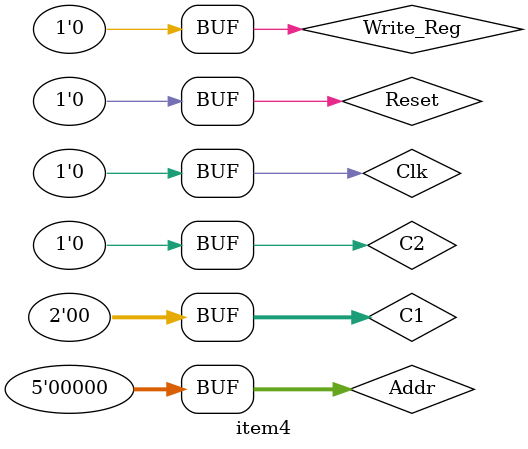
<source format=v>
`timescale 1ns / 1ps


module item4;

	// Inputs
	reg [4:0] Addr;
	reg Write_Reg;
	reg [1:0] C1;
	reg C2;
	reg Clk;
	reg Reset;

	// Outputs
	wire [7:0] LED;

	// Instantiate the Unit Under Test (UUT)
	JZ_4 uut (
		.Addr(Addr), 
		.Write_Reg(Write_Reg), 
		.C1(C1), 
		.C2(C2), 
		.Clk(Clk), 
		.Reset(Reset), 
		.LED(LED)
	);

	initial begin
		// Initialize Inputs
		Addr = 0;
		Write_Reg = 0;
		C1 = 00;
		C2 = 0;
		Clk = 0;
		Reset = 0;

		// Wait 100 ns for global reset to finish
		#100;
		// Add stimulus here
		Addr = 00000;
		Write_Reg = 0;
		C1 = 00;
		C2 = 0;
		Clk = 0;
		Reset = 0;
		#100;
		// Add stimulus here
		Addr = 00000;
		Write_Reg = 1;
		C1 = 00;
		C2 = 0;
		Clk = 0;
		Reset = 0;
		#100;
		Clk=1;
		#100;
		// Add stimulus here
		Addr = 00000;
		Write_Reg = 0;
		C1 = 00;
		C2 = 0;
		Clk = 0;
		Reset = 0;
	end
      
endmodule


</source>
